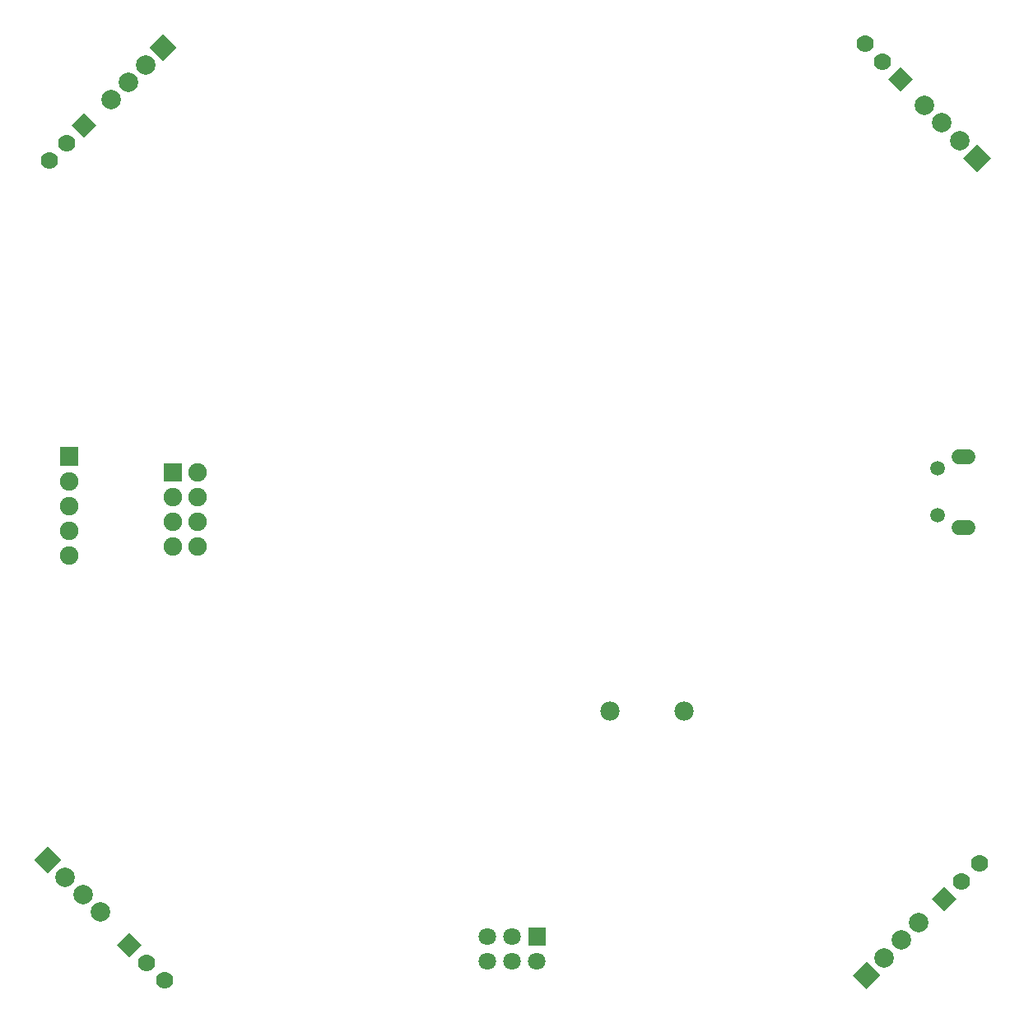
<source format=gbs>
G04 Layer: BottomSolderMaskLayer*
G04 EasyEDA v6.4.5, 2020-09-10T17:23:05--4:00*
G04 1c95f6ef93c34f1eadd188c2f50e5772,ebf70693e8d24e819ce4a1bff5f43d4f,10*
G04 Gerber Generator version 0.2*
G04 Scale: 100 percent, Rotated: No, Reflected: No *
G04 Dimensions in millimeters *
G04 leading zeros omitted , absolute positions ,3 integer and 3 decimal *
%FSLAX33Y33*%
%MOMM*%
G90*
G71D02*

%ADD38C,1.778000*%
%ADD47C,1.503197*%
%ADD62C,1.903197*%
%ADD63C,1.803197*%
%ADD66C,2.003196*%
%ADD67C,1.981200*%

%LPD*%
G54D47*
G01X99172Y58949D02*
G01X100072Y58949D01*
G01X99172Y51710D02*
G01X100072Y51710D01*
G01X96922Y52919D03*
G01X96922Y57760D03*
G54D38*
G01X101232Y17120D03*
G01X99436Y15324D03*
G36*
G01X97641Y12271D02*
G01X96383Y13529D01*
G01X97641Y14786D01*
G01X98898Y13529D01*
G01X97641Y12271D01*
G37*
G01X89512Y101448D03*
G01X91308Y99652D03*
G36*
G01X93104Y96599D02*
G01X91847Y97857D01*
G01X93104Y99114D01*
G01X94361Y97857D01*
G01X93104Y96599D01*
G37*
G01X17412Y5146D03*
G01X15616Y6942D03*
G36*
G01X13821Y7481D02*
G01X12563Y8738D01*
G01X13821Y9996D01*
G01X15078Y8738D01*
G01X13821Y7481D01*
G37*
G01X5565Y89474D03*
G01X7361Y91270D03*
G36*
G01X9157Y91809D02*
G01X7900Y93066D01*
G01X9157Y94324D01*
G01X10414Y93066D01*
G01X9157Y91809D01*
G37*
G36*
G01X17331Y56409D02*
G01X17331Y58314D01*
G01X19236Y58314D01*
G01X19236Y56409D01*
G01X17331Y56409D01*
G37*
G54D62*
G01X20823Y57361D03*
G01X18283Y54821D03*
G01X20823Y54821D03*
G01X18283Y52281D03*
G01X20823Y52281D03*
G01X18283Y49741D03*
G01X20823Y49741D03*
G54D63*
G01X50668Y7069D03*
G01X50668Y9609D03*
G01X53208Y7069D03*
G01X53208Y9609D03*
G01X55748Y7069D03*
G36*
G01X54847Y8708D02*
G01X54847Y10511D01*
G01X56650Y10511D01*
G01X56650Y8708D01*
G01X54847Y8708D01*
G37*
G36*
G01X100988Y88304D02*
G01X99571Y89719D01*
G01X100988Y91136D01*
G01X102403Y89719D01*
G01X100988Y88304D01*
G37*
G54D66*
G01X99192Y91515D03*
G01X97395Y93311D03*
G01X95599Y95108D03*
G36*
G01X17295Y99660D02*
G01X15878Y101077D01*
G01X17295Y102492D01*
G01X18710Y101077D01*
G01X17295Y99660D01*
G37*
G01X15499Y99281D03*
G01X13702Y97484D03*
G01X11906Y95688D03*
G36*
G01X5428Y16094D02*
G01X4014Y17511D01*
G01X5428Y18926D01*
G01X6846Y17511D01*
G01X5428Y16094D01*
G37*
G01X7225Y15714D03*
G01X9022Y13918D03*
G01X10818Y12122D03*
G36*
G01X89629Y4230D02*
G01X88215Y5645D01*
G01X89629Y7062D01*
G01X91047Y5645D01*
G01X89629Y4230D01*
G37*
G01X91426Y7441D03*
G01X93223Y9237D03*
G01X95019Y11034D03*
G36*
G01X6663Y58060D02*
G01X6663Y59965D01*
G01X8568Y59965D01*
G01X8568Y58060D01*
G01X6663Y58060D01*
G37*
G54D62*
G01X7615Y56472D03*
G01X7615Y53932D03*
G01X7615Y51392D03*
G01X7615Y48852D03*
G54D67*
G01X63252Y32850D03*
G01X70851Y32850D03*
M00*
M02*

</source>
